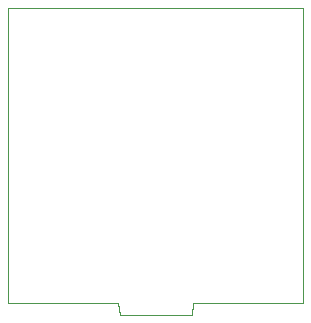
<source format=gbr>
%TF.GenerationSoftware,KiCad,Pcbnew,5.99.0+really5.1.10+dfsg1-1+b1*%
%TF.CreationDate,2021-10-11T23:19:45-07:00*%
%TF.ProjectId,roPlug,726f506c-7567-42e6-9b69-6361645f7063,rev?*%
%TF.SameCoordinates,Original*%
%TF.FileFunction,Profile,NP*%
%FSLAX46Y46*%
G04 Gerber Fmt 4.6, Leading zero omitted, Abs format (unit mm)*
G04 Created by KiCad (PCBNEW 5.99.0+really5.1.10+dfsg1-1+b1) date 2021-10-11 23:19:45*
%MOMM*%
%LPD*%
G01*
G04 APERTURE LIST*
%TA.AperFunction,Profile*%
%ADD10C,0.100000*%
%TD*%
G04 APERTURE END LIST*
D10*
X109350000Y-75000000D02*
X109450000Y-76000000D01*
X115650000Y-75000000D02*
X115550000Y-76000000D01*
X109450000Y-76000000D02*
X115550000Y-76000000D01*
X115650000Y-75000000D02*
X125000000Y-75000000D01*
X125000000Y-75000000D02*
X125000000Y-50000000D01*
X100000000Y-50000000D02*
X125000000Y-50000000D01*
X100000000Y-50000000D02*
X100000000Y-75000000D01*
X100000000Y-75000000D02*
X109350000Y-75000000D01*
M02*

</source>
